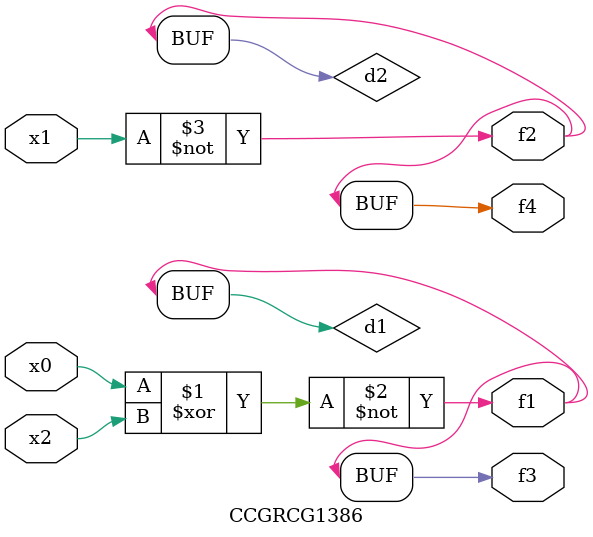
<source format=v>
module CCGRCG1386(
	input x0, x1, x2,
	output f1, f2, f3, f4
);

	wire d1, d2, d3;

	xnor (d1, x0, x2);
	nand (d2, x1);
	nor (d3, x1, x2);
	assign f1 = d1;
	assign f2 = d2;
	assign f3 = d1;
	assign f4 = d2;
endmodule

</source>
